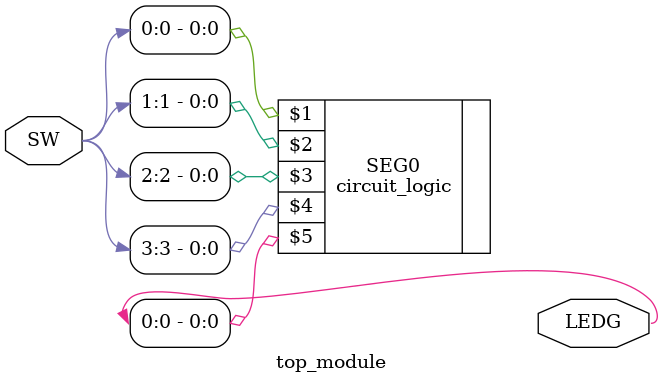
<source format=v>
module top_module (
	SW,
	LEDG
	);
	input [9:0] SW;
	output [9:0] LEDG;
	circuit_logic SEG0 (SW[0], SW[1], SW[2], SW[3], LEDG[0]);
endmodule
</source>
